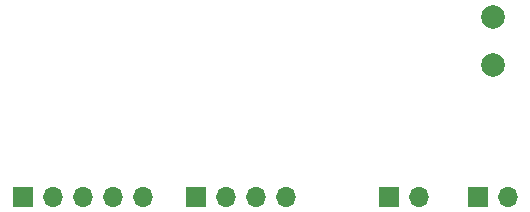
<source format=gbr>
%TF.GenerationSoftware,KiCad,Pcbnew,8.0.1*%
%TF.CreationDate,2025-07-31T15:27:14-05:00*%
%TF.ProjectId,GPS_board_v3,4750535f-626f-4617-9264-5f76332e6b69,rev?*%
%TF.SameCoordinates,Original*%
%TF.FileFunction,Soldermask,Bot*%
%TF.FilePolarity,Negative*%
%FSLAX46Y46*%
G04 Gerber Fmt 4.6, Leading zero omitted, Abs format (unit mm)*
G04 Created by KiCad (PCBNEW 8.0.1) date 2025-07-31 15:27:14*
%MOMM*%
%LPD*%
G01*
G04 APERTURE LIST*
%ADD10C,2.000000*%
%ADD11R,1.700000X1.700000*%
%ADD12O,1.700000X1.700000*%
G04 APERTURE END LIST*
D10*
%TO.C,REF\u002A\u002A*%
X167894000Y-110490000D03*
%TD*%
%TO.C,REF\u002A\u002A*%
X167894000Y-114554000D03*
%TD*%
D11*
%TO.C,J3*%
X142748000Y-125730000D03*
D12*
X145288000Y-125730000D03*
X147828000Y-125730000D03*
X150368000Y-125730000D03*
%TD*%
D11*
%TO.C,J4*%
X128080000Y-125715000D03*
D12*
X130620000Y-125715000D03*
X133160000Y-125715000D03*
X135700000Y-125715000D03*
X138240000Y-125715000D03*
%TD*%
D11*
%TO.C,J2*%
X159125000Y-125715000D03*
D12*
X161665000Y-125715000D03*
%TD*%
D11*
%TO.C,J1*%
X166625000Y-125715000D03*
D12*
X169165000Y-125715000D03*
%TD*%
M02*

</source>
